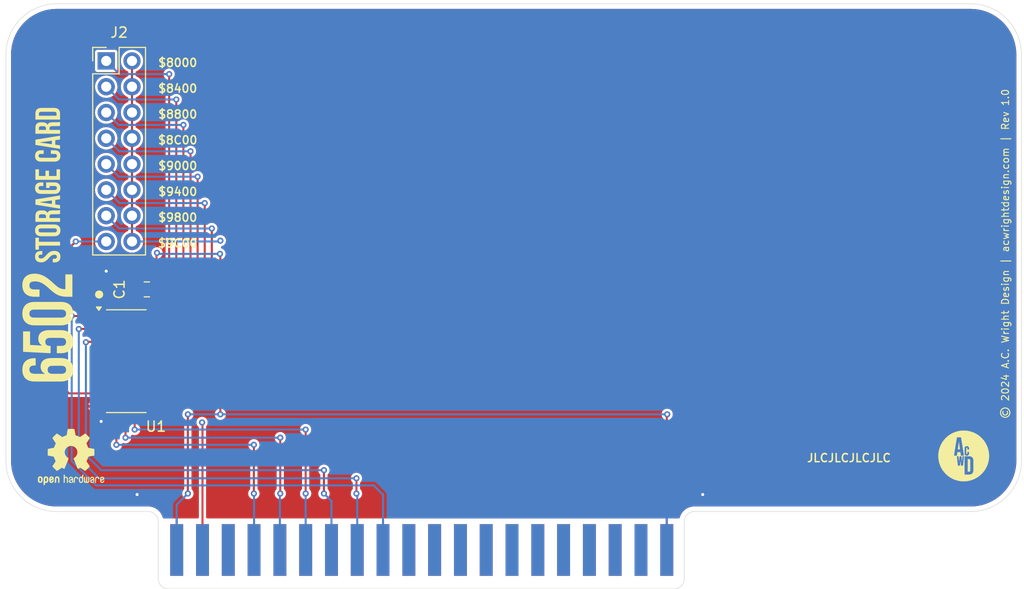
<source format=kicad_pcb>
(kicad_pcb (version 20240108) (generator "pcbnew") (generator_version "8.0")
  (title_block (title "6502 Storage Card") (date "2024-06-20") (rev "1.0") (company "A.C. Wright Design"))
  (layers (0 "F.Cu" signal) (31 "B.Cu" signal) (34 "B.Paste" user) (35 "F.Paste" user) (36 "B.SilkS" user "B.Silkscreen") (37 "F.SilkS" user "F.Silkscreen") (38 "B.Mask" user) (39 "F.Mask" user) (44 "Edge.Cuts" user))
  (net 0 "")
  (net 1 "GND")
  (net 2 "VCC")
  (net 3 "IRQB")
  (net 4 "D2")
  (net 5 "A2")
  (net 6 "RESB")
  (net 7 "A1")
  (net 8 "RWB")
  (net 9 "A15")
  (net 10 "D0")
  (net 11 "A12")
  (net 12 "A0")
  (net 13 "A11")
  (net 14 "D1")
  (net 15 "PHI2")
  (net 16 "D5")
  (net 17 "A14")
  (net 18 "A3")
  (net 19 "D7")
  (net 20 "A13")
  (net 21 "A10")
  (net 22 "D4")
  (net 23 "D3")
  (net 24 "D6")
  (net 25 "CSB")
  (net 26 "/$8400")
  (net 27 "/$9800")
  (net 28 "/$9400")
  (net 29 "/$8C00")
  (net 30 "/$9000")
  (net 31 "/$8800")
  (net 32 "/$8000")
  (net 33 "/$9C00")
  (footprint "A.C. Wright Logo:A.C. Wright Logo 5mm" (layer "F.Cu") (at 194.9 114.9)
    (property "Reference" "G***" (hide yes))
    (property "Value" "LOGO" (hide yes))
  )
  (footprint "Package_SO:SOIC-16_3.9x9.9mm_P1.27mm" (layer "F.Cu") (at 112.435 105.565)
    (property "Reference" "U1" (at 2.925 6.435 0) (layer "F.SilkS"))
    (property "Value" "74HC138" (hide yes))
    (pad "1" smd roundrect (at -2.475 -4.445) (size 1.95 0.6) (layers "F.Cu" "F.Paste" "F.Mask") (net 21 "A10"))
    (pad "2" smd roundrect (at -2.475 -3.175) (size 1.95 0.6) (layers "F.Cu" "F.Paste" "F.Mask") (net 13 "A11"))
    (pad "3" smd roundrect (at -2.475 -1.905) (size 1.95 0.6) (layers "F.Cu" "F.Paste" "F.Mask") (net 11 "A12"))
    (pad "4" smd roundrect (at -2.475 -0.635) (size 1.95 0.6) (layers "F.Cu" "F.Paste" "F.Mask") (net 20 "A13"))
    (pad "5" smd roundrect (at -2.475 0.635) (size 1.95 0.6) (layers "F.Cu" "F.Paste" "F.Mask") (net 17 "A14"))
    (pad "6" smd roundrect (at -2.475 1.905) (size 1.95 0.6) (layers "F.Cu" "F.Paste" "F.Mask") (net 9 "A15"))
    (pad "7" smd roundrect (at -2.475 3.175) (size 1.95 0.6) (layers "F.Cu" "F.Paste" "F.Mask") (net 33 "/$9C00"))
    (pad "8" smd roundrect (at -2.475 4.445) (size 1.95 0.6) (layers "F.Cu" "F.Paste" "F.Mask") (net 1 "GND"))
    (pad "9" smd roundrect (at 2.475 4.445) (size 1.95 0.6) (layers "F.Cu" "F.Paste" "F.Mask") (net 27 "/$9800"))
    (pad "10" smd roundrect (at 2.475 3.175) (size 1.95 0.6) (layers "F.Cu" "F.Paste" "F.Mask") (net 28 "/$9400"))
    (pad "11" smd roundrect (at 2.475 1.905) (size 1.95 0.6) (layers "F.Cu" "F.Paste" "F.Mask") (net 30 "/$9000"))
    (pad "12" smd roundrect (at 2.475 0.635) (size 1.95 0.6) (layers "F.Cu" "F.Paste" "F.Mask") (net 29 "/$8C00"))
    (pad "13" smd roundrect (at 2.475 -0.635) (size 1.95 0.6) (layers "F.Cu" "F.Paste" "F.Mask") (net 31 "/$8800"))
    (pad "14" smd roundrect (at 2.475 -1.905) (size 1.95 0.6) (layers "F.Cu" "F.Paste" "F.Mask") (net 26 "/$8400"))
    (pad "15" smd roundrect (at 2.475 -3.175) (size 1.95 0.6) (layers "F.Cu" "F.Paste" "F.Mask") (net 32 "/$8000"))
    (pad "16" smd roundrect (at 2.475 -4.445) (size 1.95 0.6) (layers "F.Cu" "F.Paste" "F.Mask") (net 2 "VCC"))
  )
  (footprint "Connector_PinHeader_2.54mm:PinHeader_2x08_P2.54mm_Vertical" (layer "F.Cu") (at 110.46 76)
    (property "Reference" "J2" (at 1.27 -2.8 0) (layer "F.SilkS"))
    (property "Value" "Conn_02x08_Odd_Even" (hide yes))
    (pad "1" thru_hole rect (at 0 0) (size 1.7 1.7) (drill 1) (layers "*.Cu" "*.Mask") (net 32 "/$8000"))
    (pad "2" thru_hole oval (at 2.54 0) (size 1.7 1.7) (drill 1) (layers "*.Cu" "*.Mask") (net 25 "CSB"))
    (pad "3" thru_hole oval (at 0 2.54) (size 1.7 1.7) (drill 1) (layers "*.Cu" "*.Mask") (net 26 "/$8400"))
    (pad "4" thru_hole oval (at 2.54 2.54) (size 1.7 1.7) (drill 1) (layers "*.Cu" "*.Mask") (net 25 "CSB"))
    (pad "5" thru_hole oval (at 0 5.08) (size 1.7 1.7) (drill 1) (layers "*.Cu" "*.Mask") (net 31 "/$8800"))
    (pad "6" thru_hole oval (at 2.54 5.08) (size 1.7 1.7) (drill 1) (layers "*.Cu" "*.Mask") (net 25 "CSB"))
    (pad "7" thru_hole oval (at 0 7.62) (size 1.7 1.7) (drill 1) (layers "*.Cu" "*.Mask") (net 29 "/$8C00"))
    (pad "8" thru_hole oval (at 2.54 7.62) (size 1.7 1.7) (drill 1) (layers "*.Cu" "*.Mask") (net 25 "CSB"))
    (pad "9" thru_hole oval (at 0 10.16) (size 1.7 1.7) (drill 1) (layers "*.Cu" "*.Mask") (net 30 "/$9000"))
    (pad "10" thru_hole oval (at 2.54 10.16) (size 1.7 1.7) (drill 1) (layers "*.Cu" "*.Mask") (net 25 "CSB"))
    (pad "11" thru_hole oval (at 0 12.7) (size 1.7 1.7) (drill 1) (layers "*.Cu" "*.Mask") (net 28 "/$9400"))
    (pad "12" thru_hole oval (at 2.54 12.7) (size 1.7 1.7) (drill 1) (layers "*.Cu" "*.Mask") (net 25 "CSB"))
    (pad "13" thru_hole oval (at 0 15.24) (size 1.7 1.7) (drill 1) (layers "*.Cu" "*.Mask") (net 27 "/$9800"))
    (pad "14" thru_hole oval (at 2.54 15.24) (size 1.7 1.7) (drill 1) (layers "*.Cu" "*.Mask") (net 25 "CSB"))
    (pad "15" thru_hole oval (at 0 17.78) (size 1.7 1.7) (drill 1) (layers "*.Cu" "*.Mask") (net 33 "/$9C00"))
    (pad "16" thru_hole oval (at 2.54 17.78) (size 1.7 1.7) (drill 1) (layers "*.Cu" "*.Mask") (net 25 "CSB"))
  )
  (footprint "Capacitor_SMD:C_0805_2012Metric" (layer "F.Cu") (at 114.46 98.5 180)
    (property "Reference" "C1" (at 2.7 0 -90) (layer "F.SilkS"))
    (property "Value" "100nF" (hide yes))
    (pad "1" smd roundrect (at -0.95 0 180) (size 1 1.45) (layers "F.Cu" "F.Paste" "F.Mask") (net 2 "VCC"))
    (pad "2" smd roundrect (at 0.95 0 180) (size 1 1.45) (layers "F.Cu" "F.Paste" "F.Mask") (net 1 "GND"))
  )
  (footprint "Symbol:OSHW-Logo2_7.3x6mm_SilkScreen" (layer "F.Cu") (at 107 115)
    (property "Reference" "REF**" (hide yes))
    (property "Value" "OSHW-Logo2_7.3x6mm_SilkScreen" (hide yes))
  )
  (footprint "6502 Parts:6502 Card Edge" (layer "F.Cu") (at 117.4 126.7)
    (property "Reference" "J1" (hide yes))
    (property "Value" "6502 Card Edge" (hide yes))
    (pad "A0" smd rect (at 45.72 -2.54 90) (size 5.08 1.27) (layers "B.Cu" "B.Paste" "B.Mask") (net 12 "A0"))
    (pad "A1" smd rect (at 43.18 -2.54 90) (size 5.08 1.27) (layers "B.Cu" "B.Paste" "B.Mask") (net 7 "A1"))
    (pad "A2" smd rect (at 40.64 -2.54 90) (size 5.08 1.27) (layers "B.Cu" "B.Paste" "B.Mask") (net 5 "A2"))
    (pad "A3" smd rect (at 38.1 -2.54 90) (size 5.08 1.27) (layers "B.Cu" "B.Paste" "B.Mask") (net 18 "A3"))
    (pad "A4" smd rect (at 35.56 -2.54 90) (size 5.08 1.27) (layers "B.Cu" "B.Paste" "B.Mask"))
    (pad "A5" smd rect (at 33.02 -2.54 90) (size 5.08 1.27) (layers "B.Cu" "B.Paste" "B.Mask"))
    (pad "A6" smd rect (at 30.48 -2.54 90) (size 5.08 1.27) (layers "B.Cu" "B.Paste" "B.Mask"))
    (pad "A7" smd rect (at 27.94 -2.54 90) (size 5.08 1.27) (layers "B.Cu" "B.Paste" "B.Mask"))
    (pad "A8" smd rect (at 25.4 -2.54 90) (size 5.08 1.27) (layers "B.Cu" "B.Paste" "B.Mask"))
    (pad "A9" smd rect (at 22.86 -2.54 90) (size 5.08 1.27) (layers "B.Cu" "B.Paste" "B.Mask"))
    (pad "A10" smd rect (at 20.32 -2.54 90) (size 5.08 1.27) (layers "B.Cu" "B.Paste" "B.Mask") (net 21 "A10"))
    (pad "A11" smd rect (at 17.78 -2.54 90) (size 5.08 1.27) (layers "B.Cu" "B.Paste" "B.Mask") (net 13 "A11"))
    (pad "A12" smd rect (at 15.24 -2.54 90) (size 5.08 1.27) (layers "B.Cu" "B.Paste" "B.Mask") (net 11 "A12"))
    (pad "A13" smd rect (at 12.7 -2.54 90) (size 5.08 1.27) (layers "B.Cu" "B.Paste" "B.Mask") (net 20 "A13"))
    (pad "A14" smd rect (at 10.16 -2.54 90) (size 5.08 1.27) (layers "B.Cu" "B.Paste" "B.Mask") (net 17 "A14"))
    (pad "A15" smd rect (at 7.62 -2.54 90) (size 5.08 1.27) (layers "B.Cu" "B.Paste" "B.Mask") (net 9 "A15"))
    (pad "BE" smd rect (at 12.7 -2.54 90) (size 5.08 1.27) (layers "F.Cu" "F.Paste" "F.Mask"))
    (pad "D0" smd rect (at 45.72 -2.54 90) (size 5.08 1.27) (layers "F.Cu" "F.Paste" "F.Mask") (net 10 "D0"))
    (pad "D1" smd rect (at 43.18 -2.54 90) (size 5.08 1.27) (layers "F.Cu" "F.Paste" "F.Mask") (net 14 "D1"))
    (pad "D2" smd rect (at 40.64 -2.54 90) (size 5.08 1.27) (layers "F.Cu" "F.Paste" "F.Mask") (net 4 "D2"))
    (pad "D3" smd rect (at 38.1 -2.54 90) (size 5.08 1.27) (layers "F.Cu" "F.Paste" "F.Mask") (net 23 "D3"))
    (pad "D4" smd rect (at 35.56 -2.54 90) (size 5.08 1.27) (layers "F.Cu" "F.Paste" "F.Mask") (net 22 "D4"))
    (pad "D5" smd rect (at 33.02 -2.54 90) (size 5.08 1.27) (layers "F.Cu" "F.Paste" "F.Mask") (net 16 "D5"))
    (pad "D6" smd rect (at 30.48 -2.54 90) (size 5.08 1.27) (layers "F.Cu" "F.Paste" "F.Mask") (net 24 "D6"))
    (pad "D7" smd rect (at 27.94 -2.54 90) (size 5.08 1.27) (layers "F.Cu" "F.Paste" "F.Mask") (net 19 "D7"))
    (pad "EXP0" smd rect (at 5.08 -2.54 90) (size 5.08 1.27) (layers "B.Cu" "B.Paste" "B.Mask"))
    (pad "EXP1" smd rect (at 2.54 -2.54 90) (size 5.08 1.27) (layers "B.Cu" "B.Paste" "B.Mask"))
    (pad "EXP2" smd rect (at 25.4 -2.54 90) (size 5.08 1.27) (layers "F.Cu" "F.Paste" "F.Mask"))
    (pad "EXP3" smd rect (at 22.86 -2.54 90) (size 5.08 1.27) (layers "F.Cu" "F.Paste" "F.Mask"))
    (pad "GND" smd rect (at 0 -2.54 90) (size 5.08 1.27) (layers "F.Cu" "F.Paste" "F.Mask") (net 1 "GND"))
    (pad "GND" smd rect (at 48.26 -2.54 90) (size 5.08 1.27) (layers "B.Cu" "B.Paste" "B.Mask") (net 1 "GND"))
    (pad "IRQB" smd rect (at 5.08 -2.54 90) (size 5.08 1.27) (layers "F.Cu" "F.Paste" "F.Mask") (net 3 "IRQB"))
    (pad "NMIB" smd rect (at 7.62 -2.54 90) (size 5.08 1.27) (layers "F.Cu" "F.Paste" "F.Mask"))
    (pad "PHI2" smd rect (at 20.32 -2.54 90) (size 5.08 1.27) (layers "F.Cu" "F.Paste" "F.Mask") (net 15 "PHI2"))
    (pad "RDY" smd rect (at 10.16 -2.54 90) (size 5.08 1.27) (layers "F.Cu" "F.Paste" "F.Mask"))
    (pad "RESB" smd rect (at 2.54 -2.54 90) (size 5.08 1.27) (layers "F.Cu" "F.Paste" "F.Mask") (net 6 "RESB"))
    (pad "RWB" smd rect (at 15.24 -2.54 90) (size 5.08 1.27) (layers "F.Cu" "F.Paste" "F.Mask") (net 8 "RWB"))
    (pad "SYNC" smd rect (at 17.78 -2.54 90) (size 5.08 1.27) (layers "F.Cu" "F.Paste" "F.Mask"))
    (pad "VCC" smd rect (at 0 -2.54 90) (size 5.08 1.27) (layers "B.Cu" "B.Paste" "B.Mask") (net 2 "VCC"))
    (pad "VCC" smd rect (at 48.26 -2.54 90) (size 5.08 1.27) (layers "F.Cu" "F.Paste" "F.Mask") (net 2 "VCC"))
  )
  (footprint "6502 Logos:6502 Storage Card Logo 5mm" (layer "F.Cu") (at 104.700159 87.589456 90)
    (property "Reference" "G***" (hide yes))
    (property "Value" "LOGO" (hide yes))
  )
  (gr_circle (center 109.76 99) (end 109.96 99) (stroke (width 0.4)) (fill none) (layer "F.SilkS"))
  (gr_arc (start 167.3841 121.3746) (mid 167.676993 120.667493) (end 168.3841 120.3746) (stroke (width 0.05)) (layer "Edge.Cuts"))
  (gr_line (start 200.5841 115.3746) (end 200.5841 75.3746) (stroke (width 0.05)) (layer "Edge.Cuts"))
  (gr_arc (start 105.5841 120.3746) (mid 102.048566 118.910134) (end 100.5841 115.3746) (stroke (width 0.05)) (layer "Edge.Cuts"))
  (gr_line (start 105.5841 120.3746) (end 114.5841 120.3746) (stroke (width 0.05)) (layer "Edge.Cuts"))
  (gr_line (start 168.3841 120.3746) (end 195.5841 120.3746) (stroke (width 0.05)) (layer "Edge.Cuts"))
  (gr_line (start 195.5841 70.3746) (end 105.5841 70.3746) (stroke (width 0.05)) (layer "Edge.Cuts"))
  (gr_arc (start 114.5841 120.3746) (mid 115.291207 120.667493) (end 115.5841 121.3746) (stroke (width 0.05)) (layer "Edge.Cuts"))
  (gr_line (start 167.3841 126.9946) (end 167.3841 121.3746) (stroke (width 0.05)) (layer "Edge.Cuts"))
  (gr_arc (start 200.5841 115.3746) (mid 199.119634 118.910134) (end 195.5841 120.3746) (stroke (width 0.05)) (layer "Edge.Cuts"))
  (gr_arc (start 100.5841 75.3746) (mid 102.048566 71.839066) (end 105.5841 70.3746) (stroke (width 0.05)) (layer "Edge.Cuts"))
  (gr_line (start 116.5841 127.9946) (end 166.3841 127.9946) (stroke (width 0.05)) (layer "Edge.Cuts"))
  (gr_line (start 100.5841 75.3746) (end 100.5841 115.3746) (stroke (width 0.05)) (layer "Edge.Cuts"))
  (gr_arc (start 116.5841 127.9946) (mid 115.876993 127.701707) (end 115.5841 126.9946) (stroke (width 0.05)) (layer "Edge.Cuts"))
  (gr_arc (start 167.3841 126.9946) (mid 167.091207 127.701707) (end 166.3841 127.9946) (stroke (width 0.05)) (layer "Edge.Cuts"))
  (gr_arc (start 195.5841 70.3746) (mid 199.119634 71.839066) (end 200.5841 75.3746) (stroke (width 0.05)) (layer "Edge.Cuts"))
  (gr_line (start 115.5841 121.3746) (end 115.5841 126.9946) (stroke (width 0.05)) (layer "Edge.Cuts"))
  (gr_text "© 2024 A.C. Wright Design | acwrightdesign.com | Rev 1.0" (at 199 95 90) (layer "F.SilkS") (effects (font (size 0.7 0.7) (thickness 0.1))))
  (gr_text "$9000" (at 117.5 86.34 0) (layer "F.SilkS") (effects (font (size 0.8 0.8))))
  (gr_text "$9800" (at 117.5 91.42 0) (layer "F.SilkS") (effects (font (size 0.8 0.8))))
  (gr_text "$9400" (at 117.5 88.88 0) (layer "F.SilkS") (effects (font (size 0.8 0.8))))
  (gr_text "JLCJLCJLCJLC" (at 183.6 115.1 0) (layer "F.SilkS") (effects (font (size 0.8 0.8))))
  (gr_text "$8400" (at 117.5 78.72 0) (layer "F.SilkS") (effects (font (size 0.8 0.8))))
  (gr_text "$8800" (at 117.5 81.26 0) (layer "F.SilkS") (effects (font (size 0.8 0.8))))
  (gr_text "$8C00" (at 117.5 83.8 0) (layer "F.SilkS") (effects (font (size 0.8 0.8))))
  (gr_text "$8000" (at 117.5 76.18 0) (layer "F.SilkS") (effects (font (size 0.8 0.8))))
  (gr_text "$9C00" (at 117.5 93.96 0) (layer "F.SilkS") (effects (font (size 0.8 0.8))))
  (segment (start 117.4 124.16) (end 117.4 121.3) (width 0.2) (layer "F.Cu") (net 1))
  (segment (start 117.4 121.3) (end 117.4 119.9) (width 0.2) (layer "F.Cu") (net 1))
  (via (at 109.96 111.5) (size 0.6) (drill 0.3) (layers "F.Cu" "B.Cu") (net 1))
  (via (at 110.46 96.7) (size 0.6) (drill 0.3) (layers "F.Cu" "B.Cu") (net 1))
  (via (at 113.5 118.7) (size 0.6) (drill 0.3) (layers "F.Cu" "B.Cu") (net 1))
  (via (at 169.2 118.7) (size 0.6) (drill 0.3) (layers "F.Cu" "B.Cu") (net 1))
  (segment (start 165.66 124.16) (end 165.66 119.94) (width 0.2) (layer "B.Cu") (net 1))
  (segment (start 165.66 110.84) (end 165.7 110.8) (width 0.2) (layer "F.Cu") (net 2))
  (segment (start 115.41 98.5) (end 115.41 99.75) (width 0.2) (layer "F.Cu") (net 2))
  (segment (start 115.41 99.75) (end 114.91 100.25) (width 0.2) (layer "F.Cu") (net 2))
  (segment (start 165.66 124.16) (end 165.66 110.84) (width 0.2) (layer "F.Cu") (net 2))
  (segment (start 118.5 118.6) (end 118.5 110.8) (width 0.2) (layer "F.Cu") (net 2))
  (segment (start 115.46 94.9) (end 115.41 94.95) (width 0.2) (layer "F.Cu") (net 2))
  (segment (start 121.7 110.8) (end 121.7 95.04) (width 0.2) (layer "F.Cu") (net 2))
  (segment (start 121.7 95.04) (end 121.66 95) (width 0.2) (layer "F.Cu") (net 2))
  (segment (start 115.41 94.95) (end 115.41 98.5) (width 0.2) (layer "F.Cu") (net 2))
  (segment (start 114.91 100.25) (end 114.91 101.12) (width 0.2) (layer "F.Cu") (net 2))
  (via (at 121.66 95) (size 0.6) (drill 0.3) (layers "F.Cu" "B.Cu") (net 2))
  (via (at 115.46 94.9) (size 0.6) (drill 0.3) (layers "F.Cu" "B.Cu") (net 2))
  (via (at 118.5 118.6) (size 0.6) (drill 0.3) (layers "F.Cu" "B.Cu") (net 2))
  (via (at 118.5 110.8) (size 0.6) (drill 0.3) (layers "F.Cu" "B.Cu") (net 2))
  (via (at 165.7 110.8) (size 0.6) (drill 0.3) (layers "F.Cu" "B.Cu") (net 2))
  (via (at 121.7 110.8) (size 0.6) (drill 0.3) (layers "F.Cu" "B.Cu") (net 2))
  (segment (start 165.7 110.8) (end 121.7 110.8) (width 0.2) (layer "B.Cu") (net 2))
  (segment (start 115.56 95) (end 115.46 94.9) (width 0.2) (layer "B.Cu") (net 2))
  (segment (start 121.66 95) (end 115.56 95) (width 0.2) (layer "B.Cu") (net 2))
  (segment (start 117.4 124.16) (end 117.4 119.7) (width 0.2) (layer "B.Cu") (net 2))
  (segment (start 117.4 119.7) (end 118.5 118.6) (width 0.2) (layer "B.Cu") (net 2))
  (segment (start 118.5 110.8) (end 121.7 110.8) (width 0.2) (layer "B.Cu") (net 2))
  (segment (start 119.94 111.64) (end 119.94 124.16) (width 0.2) (layer "F.Cu") (net 6))
  (via (at 119.9 111.6) (size 0.6) (drill 0.3) (layers "F.Cu" "B.Cu") (net 6))
  (segment (start 109.96 107.47) (end 111.33 107.47) (width 0.2) (layer "F.Cu") (net 9))
  (segment (start 111.46 107.6) (end 111.46 107.9) (width 0.2) (layer "F.Cu") (net 9))
  (segment (start 111.46 107.9) (end 111.46 113.8) (width 0.2) (layer "F.Cu") (net 9))
  (segment (start 111.46 113.8) (end 111.46 114) (width 0.2) (layer "F.Cu") (net 9))
  (segment (start 111.33 107.47) (end 111.46 107.6) (width 0.2) (layer "F.Cu") (net 9))
  (segment (start 125 113.8) (end 125 118.6) (width 0.2) (layer "F.Cu") (net 9))
  (via (at 125 118.6) (size 0.6) (drill 0.3) (layers "F.Cu" "B.Cu") (net 9))
  (via (at 125 113.8) (size 0.6) (drill 0.3) (layers "F.Cu" "B.Cu") (net 9))
  (via (at 111.46 113.8) (size 0.6) (drill 0.3) (layers "F.Cu" "B.Cu") (net 9))
  (segment (start 125.02 118.62) (end 125.02 124.16) (width 0.2) (layer "B.Cu") (net 9))
  (segment (start 111.46 113.8) (end 125 113.8) (width 0.2) (layer "B.Cu") (net 9))
  (segment (start 125 118.6) (end 125.02 118.62) (width 0.2) (layer "B.Cu") (net 9))
  (segment (start 131.9 116.3) (end 131.9 118.6) (width 0.2) (layer "F.Cu") (net 11))
  (segment (start 108.5 103.66) (end 108.46 103.7) (width 0.2) (layer "F.Cu") (net 11))
  (segment (start 109.96 103.66) (end 108.5 103.66) (width 0.2) (layer "F.Cu") (net 11))
  (via (at 131.9 116.3) (size 0.6) (drill 0.3) (layers "F.Cu" "B.Cu") (net 11))
  (via (at 131.9 118.6) (size 0.6) (drill 0.3) (layers "F.Cu" "B.Cu") (net 11))
  (via (at 108.46 103.7) (size 0.6) (drill 0.3) (layers "F.Cu" "B.Cu") (net 11))
  (segment (start 131.9 116.3) (end 109.96 116.3) (width 0.2) (layer "B.Cu") (net 11))
  (segment (start 131.9 116.3) (end 131.8 116.4) (width 0.2) (layer "B.Cu") (net 11))
  (segment (start 108.46 114.8) (end 109.83 116.17) (width 0.2) (layer "B.Cu") (net 11))
  (segment (start 131.9 118.6) (end 132.64 119.34) (width 0.2) (layer "B.Cu") (net 11))
  (segment (start 109.96 116.3) (end 109.83 116.17) (width 0.2) (layer "B.Cu") (net 11))
  (segment (start 132.64 119.34) (end 132.64 124.16) (width 0.2) (layer "B.Cu") (net 11))
  (segment (start 108.46 103.7) (end 108.46 114.8) (width 0.2) (layer "B.Cu") (net 11))
  (segment (start 107.77 102.39) (end 107.76 102.4) (width 0.2) (layer "F.Cu") (net 13))
  (segment (start 135.1 117.1) (end 135.1 118.6) (width 0.2) (layer "F.Cu") (net 13))
  (segment (start 109.96 102.39) (end 107.77 102.39) (width 0.2) (layer "F.Cu") (net 13))
  (via (at 135.1 117.1) (size 0.6) (drill 0.3) (layers "F.Cu" "B.Cu") (net 13))
  (via (at 107.76 102.4) (size 0.6) (drill 0.3) (layers "F.Cu" "B.Cu") (net 13))
  (via (at 135.1 118.6) (size 0.6) (drill 0.3) (layers "F.Cu" "B.Cu") (net 13))
  (segment (start 135.1 118.8) (end 135.18 118.88) (width 0.2) (layer "B.Cu") (net 13))
  (segment (start 135.18 118.88) (end 135.18 124.16) (width 0.2) (layer "B.Cu") (net 13))
  (segment (start 135.1 117.1) (end 109.76 117.1) (width 0.2) (layer "B.Cu") (net 13))
  (segment (start 107.76 115.1) (end 107.76 102.4) (width 0.2) (layer "B.Cu") (net 13))
  (segment (start 135.1 118.6) (end 135.1 118.8) (width 0.2) (layer "B.Cu") (net 13))
  (segment (start 109.76 117.1) (end 107.76 115.1) (width 0.2) (layer "B.Cu") (net 13))
  (segment (start 111.96 106.2) (end 112.36 106.6) (width 0.2) (layer "F.Cu") (net 17))
  (segment (start 112.36 106.9) (end 112.36 112.4) (width 0.2) (layer "F.Cu") (net 17))
  (segment (start 112.36 112.6) (end 112.36 113.1) (width 0.2) (layer "F.Cu") (net 17))
  (segment (start 112.36 112.4) (end 112.36 112.6) (width 0.2) (layer "F.Cu") (net 17))
  (segment (start 127.6 113.1) (end 127.6 118.6) (width 0.2) (layer "F.Cu") (net 17))
  (segment (start 112.36 106.6) (end 112.36 106.9) (width 0.2) (layer "F.Cu") (net 17))
  (segment (start 109.96 106.2) (end 111.96 106.2) (width 0.2) (layer "F.Cu") (net 17))
  (via (at 112.36 113.1) (size 0.6) (drill 0.3) (layers "F.Cu" "B.Cu") (net 17))
  (via (at 127.6 113.1) (size 0.6) (drill 0.3) (layers "F.Cu" "B.Cu") (net 17))
  (via (at 127.6 118.6) (size 0.6) (drill 0.3) (layers "F.Cu" "B.Cu") (net 17))
  (segment (start 127.56 118.64) (end 127.56 124.16) (width 0.2) (layer "B.Cu") (net 17))
  (segment (start 127.6 118.6) (end 127.56 118.64) (width 0.2) (layer "B.Cu") (net 17))
  (segment (start 112.36 113.1) (end 127.6 113.1) (width 0.2) (layer "B.Cu") (net 17))
  (segment (start 113.26 106.2) (end 113.26 112.3) (width 0.2) (layer "F.Cu") (net 20))
  (segment (start 112.76 105) (end 113.26 105.5) (width 0.2) (layer "F.Cu") (net 20))
  (segment (start 130.1 112.3) (end 130.1 118.6) (width 0.2) (layer "F.Cu") (net 20))
  (segment (start 112.69 104.93) (end 112.76 105) (width 0.2) (layer "F.Cu") (net 20))
  (segment (start 109.96 104.93) (end 112.69 104.93) (width 0.2) (layer "F.Cu") (net 20))
  (segment (start 113.26 105.5) (end 113.26 106.2) (width 0.2) (layer "F.Cu") (net 20))
  (via (at 113.26 112.3) (size 0.6) (drill 0.3) (layers "F.Cu" "B.Cu") (net 20))
  (via (at 130.1 112.3) (size 0.6) (drill 0.3) (layers "F.Cu" "B.Cu") (net 20))
  (via (at 130.1 118.6) (size 0.6) (drill 0.3) (layers "F.Cu" "B.Cu") (net 20))
  (segment (start 113.26 112.3) (end 130.1 112.3) (width 0.2) (layer "B.Cu") (net 20))
  (segment (start 130.1 118.6) (end 130.1 124.16) (width 0.2) (layer "B.Cu") (net 20))
  (segment (start 107.08 101.12) (end 107.06 101.1) (width 0.2) (layer "F.Cu") (net 21))
  (segment (start 109.96 101.12) (end 107.08 101.12) (width 0.2) (layer "F.Cu") (net 21))
  (via (at 107.06 101.1) (size 0.6) (drill 0.3) (layers "F.Cu" "B.Cu") (net 21))
  (segment (start 107.06 115.4) (end 109.46 117.8) (width 0.2) (layer "B.Cu") (net 21))
  (segment (start 107.06 101.1) (end 107.06 115.4) (width 0.2) (layer "B.Cu") (net 21))
  (segment (start 136.8 117.8) (end 137.72 118.72) (width 0.2) (layer "B.Cu") (net 21))
  (segment (start 137.72 118.72) (end 137.72 124.16) (width 0.2) (layer "B.Cu") (net 21))
  (segment (start 109.46 117.8) (end 136.8 117.8) (width 0.2) (layer "B.Cu") (net 21))
  (segment (start 113 76) (end 113 93.78) (width 0.2) (layer "F.Cu") (net 25))
  (via (at 121.7 93.7) (size 0.6) (drill 0.3) (layers "F.Cu" "B.Cu") (net 25))
  (segment (start 121.62 93.78) (end 121.7 93.7) (width 0.2) (layer "B.Cu") (net 25))
  (segment (start 113 93.78) (end 121.62 93.78) (width 0.2) (layer "B.Cu") (net 25))
  (segment (start 116.8 103.66) (end 114.91 103.66) (width 0.2) (layer "F.Cu") (net 26))
  (segment (start 117.36 103.1) (end 116.8 103.66) (width 0.2) (layer "F.Cu") (net 26))
  (segment (start 117.36 79.8) (end 117.36 103.1) (width 0.2) (layer "F.Cu") (net 26))
  (via (at 117.36 79.8) (size 0.6) (drill 0.3) (layers "F.Cu" "B.Cu") (net 26))
  (segment (start 113.66 79.8) (end 117.36 79.8) (width 0.2) (layer "B.Cu") (net 26))
  (segment (start 110.46 78.54) (end 111.72 79.8) (width 0.2) (layer "B.Cu") (net 26))
  (segment (start 111.72 79.8) (end 113.66 79.8) (width 0.2) (layer "B.Cu") (net 26))
  (segment (start 120.15 110.01) (end 114.91 110.01) (width 0.2) (layer "F.Cu") (net 27))
  (segment (start 120.86 92.5) (end 120.86 109.3) (width 0.2) (layer "F.Cu") (net 27))
  (segment (start 120.86 109.3) (end 120.15 110.01) (width 0.2) (layer "F.Cu") (net 27))
  (via (at 120.86 92.5) (size 0.6) (drill 0.3) (layers "F.Cu" "B.Cu") (net 27))
  (segment (start 110.46 91.24) (end 111.72 92.5) (width 0.2) (layer "B.Cu") (net 27))
  (segment (start 112.66 92.5) (end 112.96 92.5) (width 0.2) (layer "B.Cu") (net 27))
  (segment (start 111.72 92.5) (end 112.66 92.5) (width 0.2) (layer "B.Cu") (net 27))
  (segment (start 112.96 92.5) (end 120.86 92.5) (width 0.2) (layer "B.Cu") (net 27))
  (segment (start 119.52 108.74) (end 114.91 108.74) (width 0.2) (layer "F.Cu") (net 28))
  (segment (start 120.16 90) (end 120.16 108.1) (width 0.2) (layer "F.Cu") (net 28))
  (segment (start 120.16 108.1) (end 119.52 108.74) (width 0.2) (layer "F.Cu") (net 28))
  (via (at 120.16 90) (size 0.6) (drill 0.3) (layers "F.Cu" "B.Cu") (net 28))
  (segment (start 111.76 90) (end 112.16 90) (width 0.2) (layer "B.Cu") (net 28))
  (segment (start 110.46 88.7) (end 111.76 90) (width 0.2) (layer "B.Cu") (net 28))
  (segment (start 112.16 90) (end 120.16 90) (width 0.2) (layer "B.Cu") (net 28))
  (segment (start 118.76 84.9) (end 118.76 105.6) (width 0.2) (layer "F.Cu") (net 29))
  (segment (start 118.16 106.2) (end 114.91 106.2) (width 0.2) (layer "F.Cu") (net 29))
  (segment (start 118.76 105.6) (end 118.16 106.2) (width 0.2) (layer "F.Cu") (net 29))
  (via (at 118.76 84.9) (size 0.6) (drill 0.3) (layers "F.Cu" "B.Cu") (net 29))
  (segment (start 112.16 84.9) (end 112.46 84.9) (width 0.2) (layer "B.Cu") (net 29))
  (segment (start 111.74 84.9) (end 112.16 84.9) (width 0.2) (layer "B.Cu") (net 29))
  (segment (start 112.46 84.9) (end 118.76 84.9) (width 0.2) (layer "B.Cu") (net 29))
  (segment (start 110.46 83.62) (end 111.74 84.9) (width 0.2) (layer "B.Cu") (net 29))
  (segment (start 118.99 107.47) (end 114.91 107.47) (width 0.2) (layer "F.Cu") (net 30))
  (segment (start 119.46 87.4) (end 119.46 107) (width 0.2) (layer "F.Cu") (net 30))
  (segment (start 119.46 107) (end 118.99 107.47) (width 0.2) (layer "F.Cu") (net 30))
  (via (at 119.46 87.4) (size 0.6) (drill 0.3) (layers "F.Cu" "B.Cu") (net 30))
  (segment (start 111.7 87.4) (end 112.06 87.4) (width 0.2) (layer "B.Cu") (net 30))
  (segment (start 110.46 86.16) (end 111.7 87.4) (width 0.2) (layer "B.Cu") (net 30))
  (segment (start 112.06 87.4) (end 112.36 87.4) (width 0.2) (layer "B.Cu") (net 30))
  (segment (start 112.36 87.4) (end 119.46 87.4) (width 0.2) (layer "B.Cu") (net 30))
  (segment (start 118.06 104.3) (end 117.43 104.93) (width 0.2) (layer "F.Cu") (net 31))
  (segment (start 118.06 82.3) (end 118.06 104.3) (width 0.2) (layer "F.Cu") (net 31))
  (segment (start 117.43 104.93) (end 114.91 104.93) (width 0.2) (layer "F.Cu") (net 31))
  (via (at 118.06 82.3) (size 0.6) (drill 0.3) (layers "F.Cu" "B.Cu") (net 31))
  (segment (start 110.46 81.08) (end 111.68 82.3) (width 0.2) (layer "B.Cu") (net 31))
  (segment (start 111.68 82.3) (end 113.06 82.3) (width 0.2) (layer "B.Cu") (net 31))
  (segment (start 113.06 82.3) (end 118.06 82.3) (width 0.2) (layer "B.Cu") (net 31))
  (segment (start 116.66 102) (end 116.27 102.39) (width 0.2) (layer "F.Cu") (net 32))
  (segment (start 116.27 102.39) (end 114.91 102.39) (width 0.2) (layer "F.Cu") (net 32))
  (segment (start 116.66 77.3) (end 116.66 102) (width 0.2) (layer "F.Cu") (net 32))
  (via (at 116.66 77.3) (size 0.6) (drill 0.3) (layers "F.Cu" "B.Cu") (net 32))
  (segment (start 110.46 76) (end 111.76 77.3) (width 0.2) (layer "B.Cu") (net 32))
  (segment (start 111.76 77.3) (end 116.66 77.3) (width 0.2) (layer "B.Cu") (net 32))
  (segment (start 106.26 108.2) (end 106.8 108.74) (width 0.2) (layer "F.Cu") (net 33))
  (segment (start 107.46 93.78) (end 106.26 94.98) (width 0.2) (layer "F.Cu") (net 33))
  (segment (start 106.26 94.98) (end 106.26 108.2) (width 0.2) (layer "F.Cu") (net 33))
  (segment (start 106.8 108.74) (end 109.96 108.74) (width 0.2) (layer "F.Cu") (net 33))
  (via (at 107.46 93.78) (size 0.6) (drill 0.3) (layers "F.Cu" "B.Cu") (net 33))
  (segment (start 107.46 93.78) (end 110.46 93.78) (width 0.2) (layer "B.Cu") (net 33))
  (zone (net 1) (net_name "GND") (layer "F.Cu") (connect_pads (clearance 0.254)) (min_thickness 0.254) (fill yes (thermal_gap 0.254) (thermal_bridge_width 0.254))
    (polygon (pts (xy 200.838 121.054) (xy 100 121.054) (xy 100 70) (xy 200.838 70)))
  )
  (zone (net 1) (net_name "GND") (layer "B.Cu") (connect_pads (clearance 0.254)) (min_thickness 0.254) (fill yes (thermal_gap 0.254) (thermal_bridge_width 0.254))
    (polygon (pts (xy 200.838 121.054) (xy 100 121.054) (xy 100 70) (xy 200.838 70)))
  )
)
</source>
